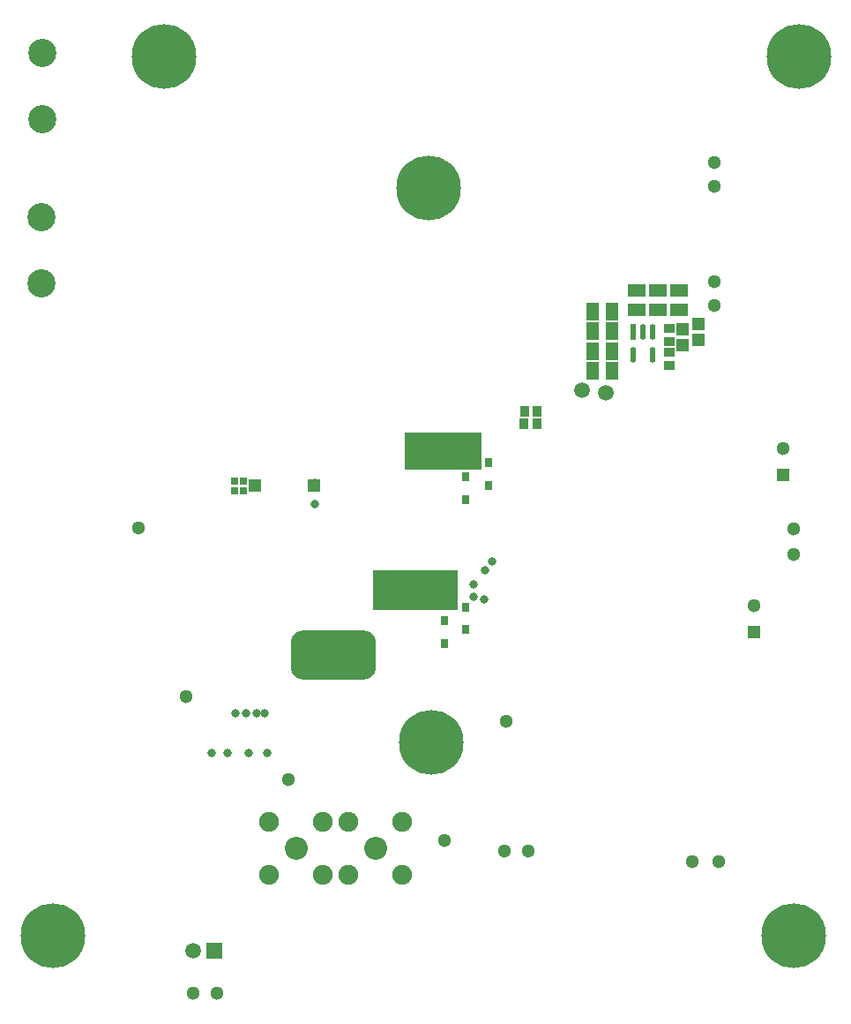
<source format=gbr>
%TF.GenerationSoftware,Altium Limited,Altium Designer,22.9.1 (49)*%
G04 Layer_Color=16711935*
%FSLAX45Y45*%
%MOMM*%
%TF.SameCoordinates,B7DE9D22-2107-43EB-A15B-9EDAE082944A*%
%TF.FilePolarity,Negative*%
%TF.FileFunction,Soldermask,Bot*%
%TF.Part,Single*%
G01*
G75*
%TA.AperFunction,SMDPad,CuDef*%
G04:AMPARAMS|DCode=38|XSize=1.50543mm|YSize=0.57583mm|CornerRadius=0.28791mm|HoleSize=0mm|Usage=FLASHONLY|Rotation=90.000|XOffset=0mm|YOffset=0mm|HoleType=Round|Shape=RoundedRectangle|*
%AMROUNDEDRECTD38*
21,1,1.50543,0.00000,0,0,90.0*
21,1,0.92960,0.57583,0,0,90.0*
1,1,0.57583,0.00000,0.46480*
1,1,0.57583,0.00000,-0.46480*
1,1,0.57583,0.00000,-0.46480*
1,1,0.57583,0.00000,0.46480*
%
%ADD38ROUNDEDRECTD38*%
%ADD39R,0.57583X1.50543*%
%TA.AperFunction,ComponentPad*%
%ADD55C,1.30000*%
%ADD57C,1.90500*%
%ADD62R,1.30000X1.30000*%
%TA.AperFunction,SMDPad,CuDef*%
%ADD65R,0.80000X0.90000*%
G04:AMPARAMS|DCode=70|XSize=8.2032mm|YSize=4.7032mm|CornerRadius=1.2266mm|HoleSize=0mm|Usage=FLASHONLY|Rotation=0.000|XOffset=0mm|YOffset=0mm|HoleType=Round|Shape=RoundedRectangle|*
%AMROUNDEDRECTD70*
21,1,8.20320,2.25000,0,0,0.0*
21,1,5.75000,4.70320,0,0,0.0*
1,1,2.45320,2.87500,-1.12500*
1,1,2.45320,-2.87500,-1.12500*
1,1,2.45320,-2.87500,1.12500*
1,1,2.45320,2.87500,1.12500*
%
%ADD70ROUNDEDRECTD70*%
%ADD71R,1.20320X1.20320*%
%ADD72R,0.95320X1.05320*%
%ADD73R,1.05320X0.95320*%
%ADD74R,1.15320X1.15320*%
%ADD75R,0.65320X0.65320*%
%ADD76R,1.65320X1.20320*%
%ADD77R,1.20320X1.65320*%
%ADD78C,1.50320*%
%TA.AperFunction,ComponentPad*%
%ADD79C,6.20320*%
%ADD80C,2.20980*%
%ADD81C,2.70320*%
%ADD82C,1.50320*%
%ADD83R,1.50320X1.50320*%
%TA.AperFunction,ViaPad*%
%ADD84C,0.80320*%
G36*
X4902200Y5410200D02*
X4089400D01*
Y5791200D01*
X4902200D01*
Y5410200D01*
D02*
G37*
G36*
X5130800Y6756400D02*
X4394200D01*
Y7112000D01*
X5130800D01*
Y6756400D01*
D02*
G37*
D38*
X6778948Y7856911D02*
D03*
Y8076988D02*
D03*
X6588948Y7856911D02*
D03*
X6683948Y8076988D02*
D03*
D39*
X6588948D02*
D03*
D55*
X5372100Y4343400D02*
D03*
X3276600Y3784600D02*
D03*
X4775200Y3200400D02*
D03*
X1841500Y6197600D02*
D03*
X2298700Y4584700D02*
D03*
X7407663Y3001843D02*
D03*
X5350798Y3098800D02*
D03*
X8128000Y6189980D02*
D03*
X7366000Y9707182D02*
D03*
Y8331200D02*
D03*
X2590800Y1739900D02*
D03*
X5579398Y3098800D02*
D03*
X7153663Y3001843D02*
D03*
X2362200Y1739900D02*
D03*
X8026400Y6959600D02*
D03*
X7366000Y8564182D02*
D03*
Y9474200D02*
D03*
X7749540Y5450840D02*
D03*
X8128000Y5943600D02*
D03*
D57*
X3608070Y3379470D02*
D03*
Y2868930D02*
D03*
X3097530Y3379470D02*
D03*
Y2868930D02*
D03*
X4370070Y3379470D02*
D03*
Y2868930D02*
D03*
X3859530D02*
D03*
Y3379470D02*
D03*
D62*
X8026400Y6705600D02*
D03*
X7749540Y5196840D02*
D03*
D65*
X5198398Y6608300D02*
D03*
Y6828300D02*
D03*
X4779298Y5308600D02*
D03*
Y5088600D02*
D03*
X4978400Y6468600D02*
D03*
Y6688600D02*
D03*
X4979958Y5221460D02*
D03*
Y5441460D02*
D03*
D70*
X3708400Y4978400D02*
D03*
D71*
X3527778Y6605767D02*
D03*
X2957778D02*
D03*
D72*
X5544820Y7317740D02*
D03*
X5669820D02*
D03*
X5543528Y7200870D02*
D03*
X5668528D02*
D03*
D73*
X6934200Y7760700D02*
D03*
Y7885700D02*
D03*
Y8114300D02*
D03*
Y7989300D02*
D03*
D74*
X7061200Y8101400D02*
D03*
Y7951400D02*
D03*
X7213600Y8002200D02*
D03*
Y8152200D02*
D03*
D75*
X2765278Y6647044D02*
D03*
X2845279D02*
D03*
X2763814Y6558280D02*
D03*
X2843814D02*
D03*
D76*
X6827520Y8477000D02*
D03*
Y8287000D02*
D03*
X7029388Y8478510D02*
D03*
Y8288509D02*
D03*
X6622988Y8478510D02*
D03*
Y8288509D02*
D03*
D77*
X6199120Y7703820D02*
D03*
X6389120D02*
D03*
X6198630Y8276528D02*
D03*
X6388631D02*
D03*
X6199120Y7894320D02*
D03*
X6389120D02*
D03*
X6199120Y8084820D02*
D03*
X6389120D02*
D03*
D78*
X6324600Y7493000D02*
D03*
X6096000Y7518400D02*
D03*
D79*
X2082800Y10718800D02*
D03*
X8128000Y2286000D02*
D03*
X4622800Y9461500D02*
D03*
X8178800Y10718800D02*
D03*
X4648200Y4140200D02*
D03*
X1016000Y2286000D02*
D03*
D80*
X3352800Y3124200D02*
D03*
X4114800D02*
D03*
D81*
X914400Y10121900D02*
D03*
Y10756900D02*
D03*
X905798Y8542020D02*
D03*
Y9177020D02*
D03*
D82*
X2365400Y2146300D02*
D03*
D83*
X2565400D02*
D03*
D84*
X3530600Y6426200D02*
D03*
Y6629400D02*
D03*
X5156200Y5511800D02*
D03*
X5169088Y5796380D02*
D03*
X5233623Y5874360D02*
D03*
X5059383Y5535767D02*
D03*
X5058441Y5653502D02*
D03*
X3048000Y4419600D02*
D03*
X2971800D02*
D03*
X2870200D02*
D03*
X2768600D02*
D03*
X3073400Y4038600D02*
D03*
X2895600D02*
D03*
X2692400D02*
D03*
X2540000D02*
D03*
%TF.MD5,d961bb316d5b7fa76abc822709bcae52*%
M02*

</source>
